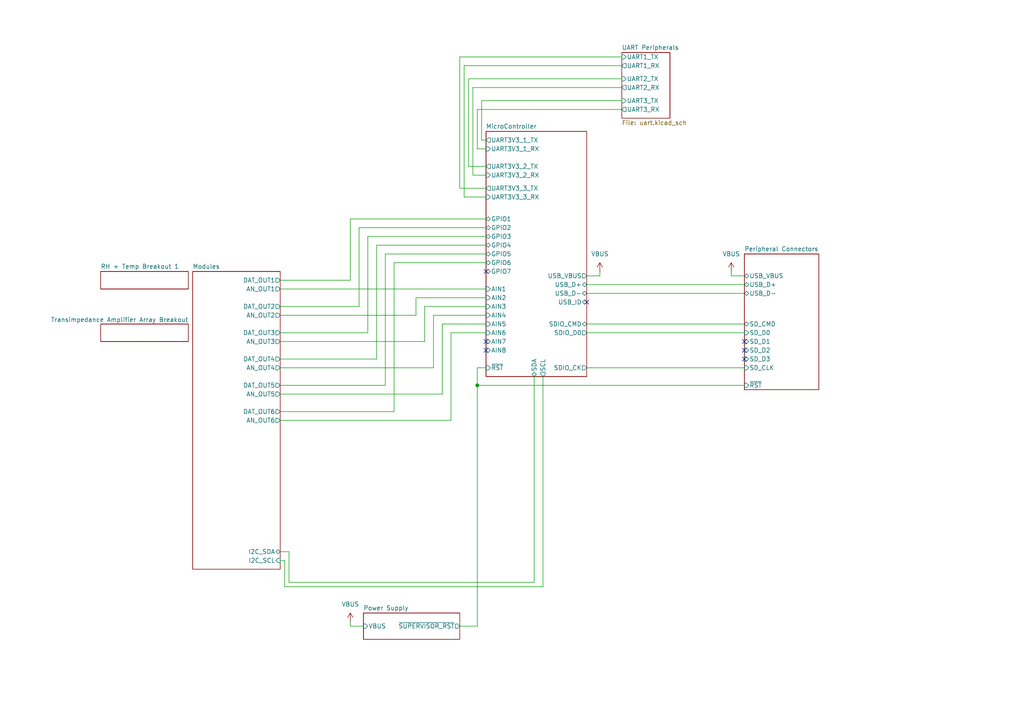
<source format=kicad_sch>
(kicad_sch (version 20231120) (generator "eeschema") (generator_version "8.0")
  (paper "A4")
  (title_block (title "FruityLogger") (date "2024-03-11") (rev "A") (company "FruityJungle Co.") (comment 1 "Designed by Marko Vejnovic"))
  (lib_symbols
    (symbol "power:VBUS" (power) (pin_numbers hide) (pin_names (offset 0) hide)
      (property "Value" "VBUS" (at 0 3.556 0))
      (symbol "VBUS_0_1"
        (polyline (pts (xy -0.762 1.27) (xy 0 2.54)))
        (polyline (pts (xy 0 0) (xy 0 2.54)))
        (polyline (pts (xy 0 2.54) (xy 0.762 1.27)))
      )
      (symbol "VBUS_1_1"
        (pin power_in line (at 0 0 90) (length 0) (name "~") (number "1"))
      )
    )
  )
  (junction (at 138.43 111.76))
  (no_connect (at 140.97 78.74))
  (no_connect (at 215.9 101.6))
  (no_connect (at 170.18 87.63))
  (no_connect (at 140.97 101.6))
  (no_connect (at 215.9 99.06))
  (no_connect (at 140.97 99.06))
  (no_connect (at 215.9 104.14))
  (wire (pts (xy 101.6 63.5) (xy 140.97 63.5)))
  (wire (pts (xy 83.82 168.91) (xy 154.94 168.91)))
  (wire (pts (xy 81.28 162.56) (xy 82.55 162.56)))
  (wire (pts (xy 138.43 111.76) (xy 215.9 111.76)))
  (wire (pts (xy 137.16 25.4) (xy 180.34 25.4)))
  (wire (pts (xy 81.28 121.92) (xy 130.81 121.92)))
  (wire (pts (xy 154.94 168.91) (xy 154.94 109.22)))
  (wire (pts (xy 133.35 181.61) (xy 138.43 181.61)))
  (wire (pts (xy 114.3 76.2) (xy 140.97 76.2)))
  (wire (pts (xy 106.68 68.58) (xy 140.97 68.58)))
  (wire (pts (xy 170.18 93.98) (xy 215.9 93.98)))
  (wire (pts (xy 111.76 73.66) (xy 111.76 111.76)))
  (wire (pts (xy 104.14 66.04) (xy 140.97 66.04)))
  (wire (pts (xy 173.99 80.01) (xy 173.99 78.74)))
  (wire (pts (xy 138.43 106.68) (xy 138.43 111.76)))
  (wire (pts (xy 170.18 80.01) (xy 173.99 80.01)))
  (wire (pts (xy 109.22 104.14) (xy 109.22 71.12)))
  (wire (pts (xy 81.28 160.02) (xy 83.82 160.02)))
  (wire (pts (xy 133.35 16.51) (xy 180.34 16.51)))
  (wire (pts (xy 138.43 31.75) (xy 180.34 31.75)))
  (wire (pts (xy 138.43 43.18) (xy 138.43 31.75)))
  (wire (pts (xy 123.19 88.9) (xy 140.97 88.9)))
  (wire (pts (xy 140.97 40.64) (xy 139.7 40.64)))
  (wire (pts (xy 130.81 96.52) (xy 140.97 96.52)))
  (wire (pts (xy 135.89 48.26) (xy 135.89 22.86)))
  (wire (pts (xy 134.62 19.05) (xy 180.34 19.05)))
  (wire (pts (xy 128.27 93.98) (xy 128.27 114.3)))
  (wire (pts (xy 81.28 81.28) (xy 101.6 81.28)))
  (wire (pts (xy 81.28 111.76) (xy 111.76 111.76)))
  (wire (pts (xy 140.97 43.18) (xy 138.43 43.18)))
  (wire (pts (xy 157.48 170.18) (xy 157.48 109.22)))
  (wire (pts (xy 81.28 119.38) (xy 114.3 119.38)))
  (wire (pts (xy 170.18 106.68) (xy 215.9 106.68)))
  (wire (pts (xy 138.43 106.68) (xy 140.97 106.68)))
  (wire (pts (xy 212.09 78.74) (xy 212.09 80.01)))
  (wire (pts (xy 130.81 96.52) (xy 130.81 121.92)))
  (wire (pts (xy 138.43 181.61) (xy 138.43 111.76)))
  (wire (pts (xy 101.6 81.28) (xy 101.6 63.5)))
  (wire (pts (xy 82.55 162.56) (xy 82.55 170.18)))
  (wire (pts (xy 170.18 85.09) (xy 215.9 85.09)))
  (wire (pts (xy 139.7 29.21) (xy 180.34 29.21)))
  (wire (pts (xy 170.18 96.52) (xy 215.9 96.52)))
  (wire (pts (xy 81.28 83.82) (xy 140.97 83.82)))
  (wire (pts (xy 134.62 57.15) (xy 134.62 19.05)))
  (wire (pts (xy 140.97 48.26) (xy 135.89 48.26)))
  (wire (pts (xy 120.65 91.44) (xy 120.65 86.36)))
  (wire (pts (xy 104.14 88.9) (xy 104.14 66.04)))
  (wire (pts (xy 81.28 88.9) (xy 104.14 88.9)))
  (wire (pts (xy 140.97 54.61) (xy 133.35 54.61)))
  (wire (pts (xy 135.89 22.86) (xy 180.34 22.86)))
  (wire (pts (xy 170.18 82.55) (xy 215.9 82.55)))
  (wire (pts (xy 212.09 80.01) (xy 215.9 80.01)))
  (wire (pts (xy 109.22 71.12) (xy 140.97 71.12)))
  (wire (pts (xy 81.28 106.68) (xy 125.73 106.68)))
  (wire (pts (xy 101.6 180.34) (xy 101.6 181.61)))
  (wire (pts (xy 120.65 86.36) (xy 140.97 86.36)))
  (wire (pts (xy 125.73 106.68) (xy 125.73 91.44)))
  (wire (pts (xy 128.27 93.98) (xy 140.97 93.98)))
  (wire (pts (xy 123.19 99.06) (xy 123.19 88.9)))
  (wire (pts (xy 81.28 91.44) (xy 120.65 91.44)))
  (wire (pts (xy 140.97 50.8) (xy 137.16 50.8)))
  (wire (pts (xy 111.76 73.66) (xy 140.97 73.66)))
  (wire (pts (xy 81.28 104.14) (xy 109.22 104.14)))
  (wire (pts (xy 81.28 99.06) (xy 123.19 99.06)))
  (wire (pts (xy 140.97 57.15) (xy 134.62 57.15)))
  (wire (pts (xy 137.16 50.8) (xy 137.16 25.4)))
  (wire (pts (xy 81.28 114.3) (xy 128.27 114.3)))
  (wire (pts (xy 114.3 76.2) (xy 114.3 119.38)))
  (wire (pts (xy 139.7 40.64) (xy 139.7 29.21)))
  (wire (pts (xy 82.55 170.18) (xy 157.48 170.18)))
  (wire (pts (xy 83.82 160.02) (xy 83.82 168.91)))
  (wire (pts (xy 106.68 96.52) (xy 106.68 68.58)))
  (wire (pts (xy 133.35 54.61) (xy 133.35 16.51)))
  (wire (pts (xy 105.41 181.61) (xy 101.6 181.61)))
  (wire (pts (xy 81.28 96.52) (xy 106.68 96.52)))
  (wire (pts (xy 125.73 91.44) (xy 140.97 91.44)))
  (symbol (lib_id "power:VBUS") (at 101.6 180.34 0) (unit 1)
    (property "Reference" "#PWR0248" (effects (hide yes)))
    (property "Value" "VBUS" (at 101.6 175.26 0))
    (property "Description" "Power symbol creates a global label with name \"VBUS\"" (effects (hide yes)))
  )
  (symbol (lib_id "power:VBUS") (at 212.09 78.74 0) (unit 1)
    (property "Reference" "#PWR0252" (effects (hide yes)))
    (property "Value" "VBUS" (at 212.09 73.66 0))
    (property "Description" "Power symbol creates a global label with name \"VBUS\"" (effects (hide yes)))
  )
  (symbol (lib_id "power:VBUS") (at 173.99 78.74 0) (unit 1)
    (property "Reference" "#PWR0253" (effects (hide yes)))
    (property "Value" "VBUS" (at 173.99 73.66 0))
    (property "Description" "Power symbol creates a global label with name \"VBUS\"" (effects (hide yes)))
  )
  (sheet (at 29.21 78.74) (size 25.4 5.08) (stroke (width 0.1524))
    (property "Sheetname" "RH + Temp Breakout 1" (at 29.21 78.0284 0) (effects (justify left bottom)))
    (property "Sheetfile" "rh+t_breakout.kicad_sch" (effects (hide yes)))
  )
  (sheet (at 55.88 78.74) (size 25.4 86.36) (stroke (width 0.1524))
    (property "Sheetname" "Modules" (at 55.88 78.0284 0) (effects (justify left bottom)))
    (property "Sheetfile" "untitled.kicad_sch" (effects (hide yes)))
    (pin "I2C_SDA" bidirectional (at 81.28 160.02 0))
    (pin "DAT_OUT2" output (at 81.28 88.9 0))
    (pin "I2C_SCL" input (at 81.28 162.56 0))
    (pin "DAT_OUT1" output (at 81.28 81.28 0))
    (pin "AN_OUT1" output (at 81.28 83.82 0))
    (pin "DAT_OUT3" output (at 81.28 96.52 0))
    (pin "AN_OUT2" output (at 81.28 91.44 0))
    (pin "AN_OUT4" output (at 81.28 106.68 0))
    (pin "DAT_OUT4" output (at 81.28 104.14 0))
    (pin "AN_OUT3" output (at 81.28 99.06 0))
    (pin "AN_OUT6" output (at 81.28 121.92 0))
    (pin "AN_OUT5" output (at 81.28 114.3 0))
    (pin "DAT_OUT6" output (at 81.28 119.38 0))
    (pin "DAT_OUT5" output (at 81.28 111.76 0))
  )
  (sheet (at 105.41 177.8) (size 27.94 7.62) (stroke (width 0.1524))
    (property "Sheetname" "Power Supply" (at 105.41 177.0884 0) (effects (justify left bottom)))
    (property "Sheetfile" "psu.kicad_sch" (effects (hide yes)))
    (pin "~{SUPERVISOR_RST}" output (at 133.35 181.61 0))
    (pin "VBUS" input (at 105.41 181.61 180))
  )
  (sheet (at 180.34 15.24) (size 13.97 19.05) (stroke (width 0.1524))
    (property "Sheetname" "UART Peripherals" (at 180.34 14.5284 0) (effects (justify left bottom)))
    (property "Sheetfile" "uart.kicad_sch" (at 180.34 34.8746 0) (effects (justify left top)))
    (pin "UART2_RX" output (at 180.34 25.4 180))
    (pin "UART2_TX" input (at 180.34 22.86 180))
    (pin "UART1_TX" input (at 180.34 16.51 180))
    (pin "UART3_RX" output (at 180.34 31.75 180))
    (pin "UART3_TX" input (at 180.34 29.21 180))
    (pin "UART1_RX" output (at 180.34 19.05 180))
  )
  (sheet (at 215.9 73.66) (size 21.59 39.37) (stroke (width 0.1524))
    (property "Sheetname" "Peripheral Connectors" (at 215.9 72.9484 0) (effects (justify left bottom)))
    (property "Sheetfile" "usb.kicad_sch" (effects (hide yes)))
    (pin "USB_D+" bidirectional (at 215.9 82.55 180))
    (pin "USB_D-" bidirectional (at 215.9 85.09 180))
    (pin "~{RST}" input (at 215.9 111.76 180))
    (pin "SD_D3" input (at 215.9 104.14 180))
    (pin "SD_D0" input (at 215.9 96.52 180))
    (pin "SD_D2" input (at 215.9 101.6 180))
    (pin "SD_D1" input (at 215.9 99.06 180))
    (pin "SD_CLK" input (at 215.9 106.68 180))
    (pin "SD_CMD" bidirectional (at 215.9 93.98 180))
    (pin "USB_VBUS" bidirectional (at 215.9 80.01 180))
  )
  (sheet (at 140.97 38.1) (size 29.21 71.12) (stroke (width 0.1524))
    (property "Sheetname" "MicroController" (at 140.97 37.3884 0) (effects (justify left bottom)))
    (property "Sheetfile" "uc.kicad_sch" (effects (hide yes)))
    (pin "~{RST}" input (at 140.97 106.68 180))
    (pin "SDIO_CMD" bidirectional (at 170.18 93.98 0))
    (pin "SDIO_CK" output (at 170.18 106.68 0))
    (pin "SDIO_D0" output (at 170.18 96.52 0))
    (pin "USB_D+" bidirectional (at 170.18 82.55 0))
    (pin "USB_VBUS" output (at 170.18 80.01 0))
    (pin "USB_D-" bidirectional (at 170.18 85.09 0))
    (pin "USB_ID" bidirectional (at 170.18 87.63 0))
    (pin "SCL" output (at 157.48 109.22 270))
    (pin "SDA" bidirectional (at 154.94 109.22 270))
    (pin "GPIO4" bidirectional (at 140.97 71.12 180))
    (pin "AIN5" input (at 140.97 93.98 180))
    (pin "AIN7" input (at 140.97 99.06 180))
    (pin "UART3V3_1_RX" input (at 140.97 43.18 180))
    (pin "UART3V3_1_TX" output (at 140.97 40.64 180))
    (pin "GPIO3" bidirectional (at 140.97 68.58 180))
    (pin "GPIO2" bidirectional (at 140.97 66.04 180))
    (pin "GPIO1" bidirectional (at 140.97 63.5 180))
    (pin "AIN3" input (at 140.97 88.9 180))
    (pin "AIN4" input (at 140.97 91.44 180))
    (pin "AIN2" input (at 140.97 86.36 180))
    (pin "AIN1" input (at 140.97 83.82 180))
    (pin "GPIO7" bidirectional (at 140.97 78.74 180))
    (pin "GPIO5" bidirectional (at 140.97 73.66 180))
    (pin "GPIO6" bidirectional (at 140.97 76.2 180))
    (pin "AIN6" input (at 140.97 96.52 180))
    (pin "AIN8" input (at 140.97 101.6 180))
    (pin "UART3V3_2_TX" output (at 140.97 48.26 180))
    (pin "UART3V3_2_RX" input (at 140.97 50.8 180))
    (pin "UART3V3_3_TX" output (at 140.97 54.61 180))
    (pin "UART3V3_3_RX" input (at 140.97 57.15 180))
  )
  (sheet (at 29.21 93.98) (size 25.4 5.08) (stroke (width 0.1524))
    (property "Sheetname" "Transimpedance Amplifier Array Breakout" (at 54.61 93.472 0) (effects (justify right bottom)))
    (property "Sheetfile" "ximpedance_amp_arr.kicad_sch" (effects (hide yes)))
  )
)
</source>
